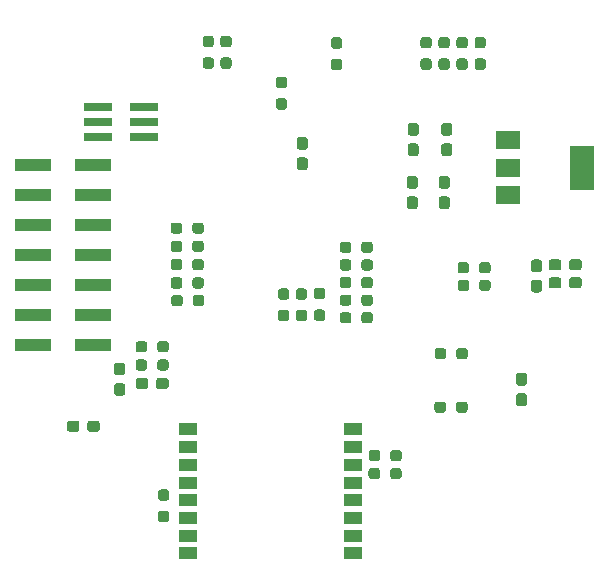
<source format=gbr>
%TF.GenerationSoftware,KiCad,Pcbnew,(5.1.8-0-10_14)*%
%TF.CreationDate,2021-03-06T23:06:48+08:00*%
%TF.ProjectId,upper_board,75707065-725f-4626-9f61-72642e6b6963,v0.1.3*%
%TF.SameCoordinates,Original*%
%TF.FileFunction,Paste,Bot*%
%TF.FilePolarity,Positive*%
%FSLAX46Y46*%
G04 Gerber Fmt 4.6, Leading zero omitted, Abs format (unit mm)*
G04 Created by KiCad (PCBNEW (5.1.8-0-10_14)) date 2021-03-06 23:06:48*
%MOMM*%
%LPD*%
G01*
G04 APERTURE LIST*
%ADD10R,1.500000X1.000000*%
%ADD11R,2.000000X1.500000*%
%ADD12R,2.000000X3.800000*%
%ADD13R,3.150000X1.000000*%
%ADD14R,2.400000X0.740000*%
G04 APERTURE END LIST*
D10*
%TO.C,J4*%
X130272000Y-108277300D03*
X130272000Y-106777300D03*
X130272000Y-105277300D03*
X130272000Y-103777300D03*
X130272000Y-102277300D03*
X130272000Y-100777300D03*
X130272000Y-99277300D03*
X130272000Y-97777300D03*
X144272000Y-108277300D03*
X144272000Y-106777300D03*
X144272000Y-105277300D03*
X144272000Y-103777300D03*
X144272000Y-102277300D03*
X144272000Y-100777300D03*
X144272000Y-99277300D03*
X144272000Y-97777300D03*
%TD*%
D11*
%TO.C,U3*%
X157339900Y-77903100D03*
X157339900Y-73303100D03*
X157339900Y-75603100D03*
D12*
X163639900Y-75603100D03*
%TD*%
%TO.C,R69*%
G36*
G01*
X143099800Y-65551500D02*
X142624800Y-65551500D01*
G75*
G02*
X142387300Y-65314000I0J237500D01*
G01*
X142387300Y-64814000D01*
G75*
G02*
X142624800Y-64576500I237500J0D01*
G01*
X143099800Y-64576500D01*
G75*
G02*
X143337300Y-64814000I0J-237500D01*
G01*
X143337300Y-65314000D01*
G75*
G02*
X143099800Y-65551500I-237500J0D01*
G01*
G37*
G36*
G01*
X143099800Y-67376500D02*
X142624800Y-67376500D01*
G75*
G02*
X142387300Y-67139000I0J237500D01*
G01*
X142387300Y-66639000D01*
G75*
G02*
X142624800Y-66401500I237500J0D01*
G01*
X143099800Y-66401500D01*
G75*
G02*
X143337300Y-66639000I0J-237500D01*
G01*
X143337300Y-67139000D01*
G75*
G02*
X143099800Y-67376500I-237500J0D01*
G01*
G37*
%TD*%
%TO.C,R68*%
G36*
G01*
X127679000Y-91017100D02*
X127679000Y-90542100D01*
G75*
G02*
X127916500Y-90304600I237500J0D01*
G01*
X128416500Y-90304600D01*
G75*
G02*
X128654000Y-90542100I0J-237500D01*
G01*
X128654000Y-91017100D01*
G75*
G02*
X128416500Y-91254600I-237500J0D01*
G01*
X127916500Y-91254600D01*
G75*
G02*
X127679000Y-91017100I0J237500D01*
G01*
G37*
G36*
G01*
X125854000Y-91017100D02*
X125854000Y-90542100D01*
G75*
G02*
X126091500Y-90304600I237500J0D01*
G01*
X126591500Y-90304600D01*
G75*
G02*
X126829000Y-90542100I0J-237500D01*
G01*
X126829000Y-91017100D01*
G75*
G02*
X126591500Y-91254600I-237500J0D01*
G01*
X126091500Y-91254600D01*
G75*
G02*
X125854000Y-91017100I0J237500D01*
G01*
G37*
%TD*%
%TO.C,R67*%
G36*
G01*
X127679000Y-92566500D02*
X127679000Y-92091500D01*
G75*
G02*
X127916500Y-91854000I237500J0D01*
G01*
X128416500Y-91854000D01*
G75*
G02*
X128654000Y-92091500I0J-237500D01*
G01*
X128654000Y-92566500D01*
G75*
G02*
X128416500Y-92804000I-237500J0D01*
G01*
X127916500Y-92804000D01*
G75*
G02*
X127679000Y-92566500I0J237500D01*
G01*
G37*
G36*
G01*
X125854000Y-92566500D02*
X125854000Y-92091500D01*
G75*
G02*
X126091500Y-91854000I237500J0D01*
G01*
X126591500Y-91854000D01*
G75*
G02*
X126829000Y-92091500I0J-237500D01*
G01*
X126829000Y-92566500D01*
G75*
G02*
X126591500Y-92804000I-237500J0D01*
G01*
X126091500Y-92804000D01*
G75*
G02*
X125854000Y-92566500I0J237500D01*
G01*
G37*
%TD*%
%TO.C,R65*%
G36*
G01*
X138438900Y-68878900D02*
X137963900Y-68878900D01*
G75*
G02*
X137726400Y-68641400I0J237500D01*
G01*
X137726400Y-68141400D01*
G75*
G02*
X137963900Y-67903900I237500J0D01*
G01*
X138438900Y-67903900D01*
G75*
G02*
X138676400Y-68141400I0J-237500D01*
G01*
X138676400Y-68641400D01*
G75*
G02*
X138438900Y-68878900I-237500J0D01*
G01*
G37*
G36*
G01*
X138438900Y-70703900D02*
X137963900Y-70703900D01*
G75*
G02*
X137726400Y-70466400I0J237500D01*
G01*
X137726400Y-69966400D01*
G75*
G02*
X137963900Y-69728900I237500J0D01*
G01*
X138438900Y-69728900D01*
G75*
G02*
X138676400Y-69966400I0J-237500D01*
G01*
X138676400Y-70466400D01*
G75*
G02*
X138438900Y-70703900I-237500J0D01*
G01*
G37*
%TD*%
%TO.C,R57*%
G36*
G01*
X147406700Y-100228200D02*
X147406700Y-99753200D01*
G75*
G02*
X147644200Y-99515700I237500J0D01*
G01*
X148144200Y-99515700D01*
G75*
G02*
X148381700Y-99753200I0J-237500D01*
G01*
X148381700Y-100228200D01*
G75*
G02*
X148144200Y-100465700I-237500J0D01*
G01*
X147644200Y-100465700D01*
G75*
G02*
X147406700Y-100228200I0J237500D01*
G01*
G37*
G36*
G01*
X145581700Y-100228200D02*
X145581700Y-99753200D01*
G75*
G02*
X145819200Y-99515700I237500J0D01*
G01*
X146319200Y-99515700D01*
G75*
G02*
X146556700Y-99753200I0J-237500D01*
G01*
X146556700Y-100228200D01*
G75*
G02*
X146319200Y-100465700I-237500J0D01*
G01*
X145819200Y-100465700D01*
G75*
G02*
X145581700Y-100228200I0J237500D01*
G01*
G37*
%TD*%
%TO.C,R56*%
G36*
G01*
X147394000Y-101752200D02*
X147394000Y-101277200D01*
G75*
G02*
X147631500Y-101039700I237500J0D01*
G01*
X148131500Y-101039700D01*
G75*
G02*
X148369000Y-101277200I0J-237500D01*
G01*
X148369000Y-101752200D01*
G75*
G02*
X148131500Y-101989700I-237500J0D01*
G01*
X147631500Y-101989700D01*
G75*
G02*
X147394000Y-101752200I0J237500D01*
G01*
G37*
G36*
G01*
X145569000Y-101752200D02*
X145569000Y-101277200D01*
G75*
G02*
X145806500Y-101039700I237500J0D01*
G01*
X146306500Y-101039700D01*
G75*
G02*
X146544000Y-101277200I0J-237500D01*
G01*
X146544000Y-101752200D01*
G75*
G02*
X146306500Y-101989700I-237500J0D01*
G01*
X145806500Y-101989700D01*
G75*
G02*
X145569000Y-101752200I0J237500D01*
G01*
G37*
%TD*%
%TO.C,R53*%
G36*
G01*
X138141700Y-87661300D02*
X138616700Y-87661300D01*
G75*
G02*
X138854200Y-87898800I0J-237500D01*
G01*
X138854200Y-88398800D01*
G75*
G02*
X138616700Y-88636300I-237500J0D01*
G01*
X138141700Y-88636300D01*
G75*
G02*
X137904200Y-88398800I0J237500D01*
G01*
X137904200Y-87898800D01*
G75*
G02*
X138141700Y-87661300I237500J0D01*
G01*
G37*
G36*
G01*
X138141700Y-85836300D02*
X138616700Y-85836300D01*
G75*
G02*
X138854200Y-86073800I0J-237500D01*
G01*
X138854200Y-86573800D01*
G75*
G02*
X138616700Y-86811300I-237500J0D01*
G01*
X138141700Y-86811300D01*
G75*
G02*
X137904200Y-86573800I0J237500D01*
G01*
X137904200Y-86073800D01*
G75*
G02*
X138141700Y-85836300I237500J0D01*
G01*
G37*
%TD*%
%TO.C,R52*%
G36*
G01*
X139653000Y-87661300D02*
X140128000Y-87661300D01*
G75*
G02*
X140365500Y-87898800I0J-237500D01*
G01*
X140365500Y-88398800D01*
G75*
G02*
X140128000Y-88636300I-237500J0D01*
G01*
X139653000Y-88636300D01*
G75*
G02*
X139415500Y-88398800I0J237500D01*
G01*
X139415500Y-87898800D01*
G75*
G02*
X139653000Y-87661300I237500J0D01*
G01*
G37*
G36*
G01*
X139653000Y-85836300D02*
X140128000Y-85836300D01*
G75*
G02*
X140365500Y-86073800I0J-237500D01*
G01*
X140365500Y-86573800D01*
G75*
G02*
X140128000Y-86811300I-237500J0D01*
G01*
X139653000Y-86811300D01*
G75*
G02*
X139415500Y-86573800I0J237500D01*
G01*
X139415500Y-86073800D01*
G75*
G02*
X139653000Y-85836300I237500J0D01*
G01*
G37*
%TD*%
%TO.C,R47*%
G36*
G01*
X141189700Y-87623200D02*
X141664700Y-87623200D01*
G75*
G02*
X141902200Y-87860700I0J-237500D01*
G01*
X141902200Y-88360700D01*
G75*
G02*
X141664700Y-88598200I-237500J0D01*
G01*
X141189700Y-88598200D01*
G75*
G02*
X140952200Y-88360700I0J237500D01*
G01*
X140952200Y-87860700D01*
G75*
G02*
X141189700Y-87623200I237500J0D01*
G01*
G37*
G36*
G01*
X141189700Y-85798200D02*
X141664700Y-85798200D01*
G75*
G02*
X141902200Y-86035700I0J-237500D01*
G01*
X141902200Y-86535700D01*
G75*
G02*
X141664700Y-86773200I-237500J0D01*
G01*
X141189700Y-86773200D01*
G75*
G02*
X140952200Y-86535700I0J237500D01*
G01*
X140952200Y-86035700D01*
G75*
G02*
X141189700Y-85798200I237500J0D01*
G01*
G37*
%TD*%
%TO.C,R46*%
G36*
G01*
X154083200Y-85347800D02*
X154083200Y-85822800D01*
G75*
G02*
X153845700Y-86060300I-237500J0D01*
G01*
X153345700Y-86060300D01*
G75*
G02*
X153108200Y-85822800I0J237500D01*
G01*
X153108200Y-85347800D01*
G75*
G02*
X153345700Y-85110300I237500J0D01*
G01*
X153845700Y-85110300D01*
G75*
G02*
X154083200Y-85347800I0J-237500D01*
G01*
G37*
G36*
G01*
X155908200Y-85347800D02*
X155908200Y-85822800D01*
G75*
G02*
X155670700Y-86060300I-237500J0D01*
G01*
X155170700Y-86060300D01*
G75*
G02*
X154933200Y-85822800I0J237500D01*
G01*
X154933200Y-85347800D01*
G75*
G02*
X155170700Y-85110300I237500J0D01*
G01*
X155670700Y-85110300D01*
G75*
G02*
X155908200Y-85347800I0J-237500D01*
G01*
G37*
%TD*%
%TO.C,R45*%
G36*
G01*
X154083200Y-83849200D02*
X154083200Y-84324200D01*
G75*
G02*
X153845700Y-84561700I-237500J0D01*
G01*
X153345700Y-84561700D01*
G75*
G02*
X153108200Y-84324200I0J237500D01*
G01*
X153108200Y-83849200D01*
G75*
G02*
X153345700Y-83611700I237500J0D01*
G01*
X153845700Y-83611700D01*
G75*
G02*
X154083200Y-83849200I0J-237500D01*
G01*
G37*
G36*
G01*
X155908200Y-83849200D02*
X155908200Y-84324200D01*
G75*
G02*
X155670700Y-84561700I-237500J0D01*
G01*
X155170700Y-84561700D01*
G75*
G02*
X154933200Y-84324200I0J237500D01*
G01*
X154933200Y-83849200D01*
G75*
G02*
X155170700Y-83611700I237500J0D01*
G01*
X155670700Y-83611700D01*
G75*
G02*
X155908200Y-83849200I0J-237500D01*
G01*
G37*
%TD*%
%TO.C,R44*%
G36*
G01*
X133264900Y-66274500D02*
X133739900Y-66274500D01*
G75*
G02*
X133977400Y-66512000I0J-237500D01*
G01*
X133977400Y-67012000D01*
G75*
G02*
X133739900Y-67249500I-237500J0D01*
G01*
X133264900Y-67249500D01*
G75*
G02*
X133027400Y-67012000I0J237500D01*
G01*
X133027400Y-66512000D01*
G75*
G02*
X133264900Y-66274500I237500J0D01*
G01*
G37*
G36*
G01*
X133264900Y-64449500D02*
X133739900Y-64449500D01*
G75*
G02*
X133977400Y-64687000I0J-237500D01*
G01*
X133977400Y-65187000D01*
G75*
G02*
X133739900Y-65424500I-237500J0D01*
G01*
X133264900Y-65424500D01*
G75*
G02*
X133027400Y-65187000I0J237500D01*
G01*
X133027400Y-64687000D01*
G75*
G02*
X133264900Y-64449500I237500J0D01*
G01*
G37*
%TD*%
%TO.C,R43*%
G36*
G01*
X131766300Y-66274500D02*
X132241300Y-66274500D01*
G75*
G02*
X132478800Y-66512000I0J-237500D01*
G01*
X132478800Y-67012000D01*
G75*
G02*
X132241300Y-67249500I-237500J0D01*
G01*
X131766300Y-67249500D01*
G75*
G02*
X131528800Y-67012000I0J237500D01*
G01*
X131528800Y-66512000D01*
G75*
G02*
X131766300Y-66274500I237500J0D01*
G01*
G37*
G36*
G01*
X131766300Y-64449500D02*
X132241300Y-64449500D01*
G75*
G02*
X132478800Y-64687000I0J-237500D01*
G01*
X132478800Y-65187000D01*
G75*
G02*
X132241300Y-65424500I-237500J0D01*
G01*
X131766300Y-65424500D01*
G75*
G02*
X131528800Y-65187000I0J237500D01*
G01*
X131528800Y-64687000D01*
G75*
G02*
X131766300Y-64449500I237500J0D01*
G01*
G37*
%TD*%
%TO.C,R35*%
G36*
G01*
X130701600Y-87105500D02*
X130701600Y-86630500D01*
G75*
G02*
X130939100Y-86393000I237500J0D01*
G01*
X131439100Y-86393000D01*
G75*
G02*
X131676600Y-86630500I0J-237500D01*
G01*
X131676600Y-87105500D01*
G75*
G02*
X131439100Y-87343000I-237500J0D01*
G01*
X130939100Y-87343000D01*
G75*
G02*
X130701600Y-87105500I0J237500D01*
G01*
G37*
G36*
G01*
X128876600Y-87105500D02*
X128876600Y-86630500D01*
G75*
G02*
X129114100Y-86393000I237500J0D01*
G01*
X129614100Y-86393000D01*
G75*
G02*
X129851600Y-86630500I0J-237500D01*
G01*
X129851600Y-87105500D01*
G75*
G02*
X129614100Y-87343000I-237500J0D01*
G01*
X129114100Y-87343000D01*
G75*
G02*
X128876600Y-87105500I0J237500D01*
G01*
G37*
%TD*%
%TO.C,R34*%
G36*
G01*
X130650800Y-85610075D02*
X130650800Y-85135075D01*
G75*
G02*
X130888300Y-84897575I237500J0D01*
G01*
X131388300Y-84897575D01*
G75*
G02*
X131625800Y-85135075I0J-237500D01*
G01*
X131625800Y-85610075D01*
G75*
G02*
X131388300Y-85847575I-237500J0D01*
G01*
X130888300Y-85847575D01*
G75*
G02*
X130650800Y-85610075I0J237500D01*
G01*
G37*
G36*
G01*
X128825800Y-85610075D02*
X128825800Y-85135075D01*
G75*
G02*
X129063300Y-84897575I237500J0D01*
G01*
X129563300Y-84897575D01*
G75*
G02*
X129800800Y-85135075I0J-237500D01*
G01*
X129800800Y-85610075D01*
G75*
G02*
X129563300Y-85847575I-237500J0D01*
G01*
X129063300Y-85847575D01*
G75*
G02*
X128825800Y-85610075I0J237500D01*
G01*
G37*
%TD*%
%TO.C,R33*%
G36*
G01*
X130650800Y-84063850D02*
X130650800Y-83588850D01*
G75*
G02*
X130888300Y-83351350I237500J0D01*
G01*
X131388300Y-83351350D01*
G75*
G02*
X131625800Y-83588850I0J-237500D01*
G01*
X131625800Y-84063850D01*
G75*
G02*
X131388300Y-84301350I-237500J0D01*
G01*
X130888300Y-84301350D01*
G75*
G02*
X130650800Y-84063850I0J237500D01*
G01*
G37*
G36*
G01*
X128825800Y-84063850D02*
X128825800Y-83588850D01*
G75*
G02*
X129063300Y-83351350I237500J0D01*
G01*
X129563300Y-83351350D01*
G75*
G02*
X129800800Y-83588850I0J-237500D01*
G01*
X129800800Y-84063850D01*
G75*
G02*
X129563300Y-84301350I-237500J0D01*
G01*
X129063300Y-84301350D01*
G75*
G02*
X128825800Y-84063850I0J237500D01*
G01*
G37*
%TD*%
%TO.C,R32*%
G36*
G01*
X128456700Y-103829300D02*
X127981700Y-103829300D01*
G75*
G02*
X127744200Y-103591800I0J237500D01*
G01*
X127744200Y-103091800D01*
G75*
G02*
X127981700Y-102854300I237500J0D01*
G01*
X128456700Y-102854300D01*
G75*
G02*
X128694200Y-103091800I0J-237500D01*
G01*
X128694200Y-103591800D01*
G75*
G02*
X128456700Y-103829300I-237500J0D01*
G01*
G37*
G36*
G01*
X128456700Y-105654300D02*
X127981700Y-105654300D01*
G75*
G02*
X127744200Y-105416800I0J237500D01*
G01*
X127744200Y-104916800D01*
G75*
G02*
X127981700Y-104679300I237500J0D01*
G01*
X128456700Y-104679300D01*
G75*
G02*
X128694200Y-104916800I0J-237500D01*
G01*
X128694200Y-105416800D01*
G75*
G02*
X128456700Y-105654300I-237500J0D01*
G01*
G37*
%TD*%
%TO.C,R31*%
G36*
G01*
X152977400Y-96135200D02*
X152977400Y-95660200D01*
G75*
G02*
X153214900Y-95422700I237500J0D01*
G01*
X153714900Y-95422700D01*
G75*
G02*
X153952400Y-95660200I0J-237500D01*
G01*
X153952400Y-96135200D01*
G75*
G02*
X153714900Y-96372700I-237500J0D01*
G01*
X153214900Y-96372700D01*
G75*
G02*
X152977400Y-96135200I0J237500D01*
G01*
G37*
G36*
G01*
X151152400Y-96135200D02*
X151152400Y-95660200D01*
G75*
G02*
X151389900Y-95422700I237500J0D01*
G01*
X151889900Y-95422700D01*
G75*
G02*
X152127400Y-95660200I0J-237500D01*
G01*
X152127400Y-96135200D01*
G75*
G02*
X151889900Y-96372700I-237500J0D01*
G01*
X151389900Y-96372700D01*
G75*
G02*
X151152400Y-96135200I0J237500D01*
G01*
G37*
%TD*%
%TO.C,R30*%
G36*
G01*
X130650800Y-82517625D02*
X130650800Y-82042625D01*
G75*
G02*
X130888300Y-81805125I237500J0D01*
G01*
X131388300Y-81805125D01*
G75*
G02*
X131625800Y-82042625I0J-237500D01*
G01*
X131625800Y-82517625D01*
G75*
G02*
X131388300Y-82755125I-237500J0D01*
G01*
X130888300Y-82755125D01*
G75*
G02*
X130650800Y-82517625I0J237500D01*
G01*
G37*
G36*
G01*
X128825800Y-82517625D02*
X128825800Y-82042625D01*
G75*
G02*
X129063300Y-81805125I237500J0D01*
G01*
X129563300Y-81805125D01*
G75*
G02*
X129800800Y-82042625I0J-237500D01*
G01*
X129800800Y-82517625D01*
G75*
G02*
X129563300Y-82755125I-237500J0D01*
G01*
X129063300Y-82755125D01*
G75*
G02*
X128825800Y-82517625I0J237500D01*
G01*
G37*
%TD*%
%TO.C,R29*%
G36*
G01*
X144963700Y-88566000D02*
X144963700Y-88091000D01*
G75*
G02*
X145201200Y-87853500I237500J0D01*
G01*
X145701200Y-87853500D01*
G75*
G02*
X145938700Y-88091000I0J-237500D01*
G01*
X145938700Y-88566000D01*
G75*
G02*
X145701200Y-88803500I-237500J0D01*
G01*
X145201200Y-88803500D01*
G75*
G02*
X144963700Y-88566000I0J237500D01*
G01*
G37*
G36*
G01*
X143138700Y-88566000D02*
X143138700Y-88091000D01*
G75*
G02*
X143376200Y-87853500I237500J0D01*
G01*
X143876200Y-87853500D01*
G75*
G02*
X144113700Y-88091000I0J-237500D01*
G01*
X144113700Y-88566000D01*
G75*
G02*
X143876200Y-88803500I-237500J0D01*
G01*
X143376200Y-88803500D01*
G75*
G02*
X143138700Y-88566000I0J237500D01*
G01*
G37*
%TD*%
%TO.C,R28*%
G36*
G01*
X130650800Y-80971400D02*
X130650800Y-80496400D01*
G75*
G02*
X130888300Y-80258900I237500J0D01*
G01*
X131388300Y-80258900D01*
G75*
G02*
X131625800Y-80496400I0J-237500D01*
G01*
X131625800Y-80971400D01*
G75*
G02*
X131388300Y-81208900I-237500J0D01*
G01*
X130888300Y-81208900D01*
G75*
G02*
X130650800Y-80971400I0J237500D01*
G01*
G37*
G36*
G01*
X128825800Y-80971400D02*
X128825800Y-80496400D01*
G75*
G02*
X129063300Y-80258900I237500J0D01*
G01*
X129563300Y-80258900D01*
G75*
G02*
X129800800Y-80496400I0J-237500D01*
G01*
X129800800Y-80971400D01*
G75*
G02*
X129563300Y-81208900I-237500J0D01*
G01*
X129063300Y-81208900D01*
G75*
G02*
X128825800Y-80971400I0J237500D01*
G01*
G37*
%TD*%
%TO.C,R27*%
G36*
G01*
X144963700Y-87073750D02*
X144963700Y-86598750D01*
G75*
G02*
X145201200Y-86361250I237500J0D01*
G01*
X145701200Y-86361250D01*
G75*
G02*
X145938700Y-86598750I0J-237500D01*
G01*
X145938700Y-87073750D01*
G75*
G02*
X145701200Y-87311250I-237500J0D01*
G01*
X145201200Y-87311250D01*
G75*
G02*
X144963700Y-87073750I0J237500D01*
G01*
G37*
G36*
G01*
X143138700Y-87073750D02*
X143138700Y-86598750D01*
G75*
G02*
X143376200Y-86361250I237500J0D01*
G01*
X143876200Y-86361250D01*
G75*
G02*
X144113700Y-86598750I0J-237500D01*
G01*
X144113700Y-87073750D01*
G75*
G02*
X143876200Y-87311250I-237500J0D01*
G01*
X143376200Y-87311250D01*
G75*
G02*
X143138700Y-87073750I0J237500D01*
G01*
G37*
%TD*%
%TO.C,R26*%
G36*
G01*
X152990100Y-91601300D02*
X152990100Y-91126300D01*
G75*
G02*
X153227600Y-90888800I237500J0D01*
G01*
X153727600Y-90888800D01*
G75*
G02*
X153965100Y-91126300I0J-237500D01*
G01*
X153965100Y-91601300D01*
G75*
G02*
X153727600Y-91838800I-237500J0D01*
G01*
X153227600Y-91838800D01*
G75*
G02*
X152990100Y-91601300I0J237500D01*
G01*
G37*
G36*
G01*
X151165100Y-91601300D02*
X151165100Y-91126300D01*
G75*
G02*
X151402600Y-90888800I237500J0D01*
G01*
X151902600Y-90888800D01*
G75*
G02*
X152140100Y-91126300I0J-237500D01*
G01*
X152140100Y-91601300D01*
G75*
G02*
X151902600Y-91838800I-237500J0D01*
G01*
X151402600Y-91838800D01*
G75*
G02*
X151165100Y-91601300I0J237500D01*
G01*
G37*
%TD*%
%TO.C,R23*%
G36*
G01*
X144963700Y-85581500D02*
X144963700Y-85106500D01*
G75*
G02*
X145201200Y-84869000I237500J0D01*
G01*
X145701200Y-84869000D01*
G75*
G02*
X145938700Y-85106500I0J-237500D01*
G01*
X145938700Y-85581500D01*
G75*
G02*
X145701200Y-85819000I-237500J0D01*
G01*
X145201200Y-85819000D01*
G75*
G02*
X144963700Y-85581500I0J237500D01*
G01*
G37*
G36*
G01*
X143138700Y-85581500D02*
X143138700Y-85106500D01*
G75*
G02*
X143376200Y-84869000I237500J0D01*
G01*
X143876200Y-84869000D01*
G75*
G02*
X144113700Y-85106500I0J-237500D01*
G01*
X144113700Y-85581500D01*
G75*
G02*
X143876200Y-85819000I-237500J0D01*
G01*
X143376200Y-85819000D01*
G75*
G02*
X143138700Y-85581500I0J237500D01*
G01*
G37*
%TD*%
%TO.C,R22*%
G36*
G01*
X144963700Y-84089250D02*
X144963700Y-83614250D01*
G75*
G02*
X145201200Y-83376750I237500J0D01*
G01*
X145701200Y-83376750D01*
G75*
G02*
X145938700Y-83614250I0J-237500D01*
G01*
X145938700Y-84089250D01*
G75*
G02*
X145701200Y-84326750I-237500J0D01*
G01*
X145201200Y-84326750D01*
G75*
G02*
X144963700Y-84089250I0J237500D01*
G01*
G37*
G36*
G01*
X143138700Y-84089250D02*
X143138700Y-83614250D01*
G75*
G02*
X143376200Y-83376750I237500J0D01*
G01*
X143876200Y-83376750D01*
G75*
G02*
X144113700Y-83614250I0J-237500D01*
G01*
X144113700Y-84089250D01*
G75*
G02*
X143876200Y-84326750I-237500J0D01*
G01*
X143376200Y-84326750D01*
G75*
G02*
X143138700Y-84089250I0J237500D01*
G01*
G37*
%TD*%
%TO.C,R18*%
G36*
G01*
X144963700Y-82597000D02*
X144963700Y-82122000D01*
G75*
G02*
X145201200Y-81884500I237500J0D01*
G01*
X145701200Y-81884500D01*
G75*
G02*
X145938700Y-82122000I0J-237500D01*
G01*
X145938700Y-82597000D01*
G75*
G02*
X145701200Y-82834500I-237500J0D01*
G01*
X145201200Y-82834500D01*
G75*
G02*
X144963700Y-82597000I0J237500D01*
G01*
G37*
G36*
G01*
X143138700Y-82597000D02*
X143138700Y-82122000D01*
G75*
G02*
X143376200Y-81884500I237500J0D01*
G01*
X143876200Y-81884500D01*
G75*
G02*
X144113700Y-82122000I0J-237500D01*
G01*
X144113700Y-82597000D01*
G75*
G02*
X143876200Y-82834500I-237500J0D01*
G01*
X143376200Y-82834500D01*
G75*
G02*
X143138700Y-82597000I0J237500D01*
G01*
G37*
%TD*%
%TO.C,R7*%
G36*
G01*
X150206700Y-66369200D02*
X150681700Y-66369200D01*
G75*
G02*
X150919200Y-66606700I0J-237500D01*
G01*
X150919200Y-67106700D01*
G75*
G02*
X150681700Y-67344200I-237500J0D01*
G01*
X150206700Y-67344200D01*
G75*
G02*
X149969200Y-67106700I0J237500D01*
G01*
X149969200Y-66606700D01*
G75*
G02*
X150206700Y-66369200I237500J0D01*
G01*
G37*
G36*
G01*
X150206700Y-64544200D02*
X150681700Y-64544200D01*
G75*
G02*
X150919200Y-64781700I0J-237500D01*
G01*
X150919200Y-65281700D01*
G75*
G02*
X150681700Y-65519200I-237500J0D01*
G01*
X150206700Y-65519200D01*
G75*
G02*
X149969200Y-65281700I0J237500D01*
G01*
X149969200Y-64781700D01*
G75*
G02*
X150206700Y-64544200I237500J0D01*
G01*
G37*
%TD*%
%TO.C,R6*%
G36*
G01*
X151730700Y-66369200D02*
X152205700Y-66369200D01*
G75*
G02*
X152443200Y-66606700I0J-237500D01*
G01*
X152443200Y-67106700D01*
G75*
G02*
X152205700Y-67344200I-237500J0D01*
G01*
X151730700Y-67344200D01*
G75*
G02*
X151493200Y-67106700I0J237500D01*
G01*
X151493200Y-66606700D01*
G75*
G02*
X151730700Y-66369200I237500J0D01*
G01*
G37*
G36*
G01*
X151730700Y-64544200D02*
X152205700Y-64544200D01*
G75*
G02*
X152443200Y-64781700I0J-237500D01*
G01*
X152443200Y-65281700D01*
G75*
G02*
X152205700Y-65519200I-237500J0D01*
G01*
X151730700Y-65519200D01*
G75*
G02*
X151493200Y-65281700I0J237500D01*
G01*
X151493200Y-64781700D01*
G75*
G02*
X151730700Y-64544200I237500J0D01*
G01*
G37*
%TD*%
%TO.C,R5*%
G36*
G01*
X153254700Y-66369200D02*
X153729700Y-66369200D01*
G75*
G02*
X153967200Y-66606700I0J-237500D01*
G01*
X153967200Y-67106700D01*
G75*
G02*
X153729700Y-67344200I-237500J0D01*
G01*
X153254700Y-67344200D01*
G75*
G02*
X153017200Y-67106700I0J237500D01*
G01*
X153017200Y-66606700D01*
G75*
G02*
X153254700Y-66369200I237500J0D01*
G01*
G37*
G36*
G01*
X153254700Y-64544200D02*
X153729700Y-64544200D01*
G75*
G02*
X153967200Y-64781700I0J-237500D01*
G01*
X153967200Y-65281700D01*
G75*
G02*
X153729700Y-65519200I-237500J0D01*
G01*
X153254700Y-65519200D01*
G75*
G02*
X153017200Y-65281700I0J237500D01*
G01*
X153017200Y-64781700D01*
G75*
G02*
X153254700Y-64544200I237500J0D01*
G01*
G37*
%TD*%
%TO.C,R4*%
G36*
G01*
X154791400Y-66369200D02*
X155266400Y-66369200D01*
G75*
G02*
X155503900Y-66606700I0J-237500D01*
G01*
X155503900Y-67106700D01*
G75*
G02*
X155266400Y-67344200I-237500J0D01*
G01*
X154791400Y-67344200D01*
G75*
G02*
X154553900Y-67106700I0J237500D01*
G01*
X154553900Y-66606700D01*
G75*
G02*
X154791400Y-66369200I237500J0D01*
G01*
G37*
G36*
G01*
X154791400Y-64544200D02*
X155266400Y-64544200D01*
G75*
G02*
X155503900Y-64781700I0J-237500D01*
G01*
X155503900Y-65281700D01*
G75*
G02*
X155266400Y-65519200I-237500J0D01*
G01*
X154791400Y-65519200D01*
G75*
G02*
X154553900Y-65281700I0J237500D01*
G01*
X154553900Y-64781700D01*
G75*
G02*
X154791400Y-64544200I237500J0D01*
G01*
G37*
%TD*%
D13*
%TO.C,J3*%
X122235200Y-75399900D03*
X117185200Y-75399900D03*
X122235200Y-77939900D03*
X117185200Y-77939900D03*
X122235200Y-80479900D03*
X117185200Y-80479900D03*
X122235200Y-83019900D03*
X117185200Y-83019900D03*
X122235200Y-85559900D03*
X117185200Y-85559900D03*
X122235200Y-88099900D03*
X117185200Y-88099900D03*
X122235200Y-90639900D03*
X117185200Y-90639900D03*
%TD*%
%TO.C,C30*%
G36*
G01*
X121749700Y-97748100D02*
X121749700Y-97273100D01*
G75*
G02*
X121987200Y-97035600I237500J0D01*
G01*
X122587200Y-97035600D01*
G75*
G02*
X122824700Y-97273100I0J-237500D01*
G01*
X122824700Y-97748100D01*
G75*
G02*
X122587200Y-97985600I-237500J0D01*
G01*
X121987200Y-97985600D01*
G75*
G02*
X121749700Y-97748100I0J237500D01*
G01*
G37*
G36*
G01*
X120024700Y-97748100D02*
X120024700Y-97273100D01*
G75*
G02*
X120262200Y-97035600I237500J0D01*
G01*
X120862200Y-97035600D01*
G75*
G02*
X121099700Y-97273100I0J-237500D01*
G01*
X121099700Y-97748100D01*
G75*
G02*
X120862200Y-97985600I-237500J0D01*
G01*
X120262200Y-97985600D01*
G75*
G02*
X120024700Y-97748100I0J237500D01*
G01*
G37*
%TD*%
%TO.C,C28*%
G36*
G01*
X124735600Y-93210500D02*
X124260600Y-93210500D01*
G75*
G02*
X124023100Y-92973000I0J237500D01*
G01*
X124023100Y-92373000D01*
G75*
G02*
X124260600Y-92135500I237500J0D01*
G01*
X124735600Y-92135500D01*
G75*
G02*
X124973100Y-92373000I0J-237500D01*
G01*
X124973100Y-92973000D01*
G75*
G02*
X124735600Y-93210500I-237500J0D01*
G01*
G37*
G36*
G01*
X124735600Y-94935500D02*
X124260600Y-94935500D01*
G75*
G02*
X124023100Y-94698000I0J237500D01*
G01*
X124023100Y-94098000D01*
G75*
G02*
X124260600Y-93860500I237500J0D01*
G01*
X124735600Y-93860500D01*
G75*
G02*
X124973100Y-94098000I0J-237500D01*
G01*
X124973100Y-94698000D01*
G75*
G02*
X124735600Y-94935500I-237500J0D01*
G01*
G37*
%TD*%
%TO.C,C18*%
G36*
G01*
X126929000Y-93653600D02*
X126929000Y-94128600D01*
G75*
G02*
X126691500Y-94366100I-237500J0D01*
G01*
X126091500Y-94366100D01*
G75*
G02*
X125854000Y-94128600I0J237500D01*
G01*
X125854000Y-93653600D01*
G75*
G02*
X126091500Y-93416100I237500J0D01*
G01*
X126691500Y-93416100D01*
G75*
G02*
X126929000Y-93653600I0J-237500D01*
G01*
G37*
G36*
G01*
X128654000Y-93653600D02*
X128654000Y-94128600D01*
G75*
G02*
X128416500Y-94366100I-237500J0D01*
G01*
X127816500Y-94366100D01*
G75*
G02*
X127579000Y-94128600I0J237500D01*
G01*
X127579000Y-93653600D01*
G75*
G02*
X127816500Y-93416100I237500J0D01*
G01*
X128416500Y-93416100D01*
G75*
G02*
X128654000Y-93653600I0J-237500D01*
G01*
G37*
%TD*%
%TO.C,C12*%
G36*
G01*
X159553900Y-85110200D02*
X160028900Y-85110200D01*
G75*
G02*
X160266400Y-85347700I0J-237500D01*
G01*
X160266400Y-85947700D01*
G75*
G02*
X160028900Y-86185200I-237500J0D01*
G01*
X159553900Y-86185200D01*
G75*
G02*
X159316400Y-85947700I0J237500D01*
G01*
X159316400Y-85347700D01*
G75*
G02*
X159553900Y-85110200I237500J0D01*
G01*
G37*
G36*
G01*
X159553900Y-83385200D02*
X160028900Y-83385200D01*
G75*
G02*
X160266400Y-83622700I0J-237500D01*
G01*
X160266400Y-84222700D01*
G75*
G02*
X160028900Y-84460200I-237500J0D01*
G01*
X159553900Y-84460200D01*
G75*
G02*
X159316400Y-84222700I0J237500D01*
G01*
X159316400Y-83622700D01*
G75*
G02*
X159553900Y-83385200I237500J0D01*
G01*
G37*
%TD*%
%TO.C,C9*%
G36*
G01*
X158283900Y-94724100D02*
X158758900Y-94724100D01*
G75*
G02*
X158996400Y-94961600I0J-237500D01*
G01*
X158996400Y-95561600D01*
G75*
G02*
X158758900Y-95799100I-237500J0D01*
G01*
X158283900Y-95799100D01*
G75*
G02*
X158046400Y-95561600I0J237500D01*
G01*
X158046400Y-94961600D01*
G75*
G02*
X158283900Y-94724100I237500J0D01*
G01*
G37*
G36*
G01*
X158283900Y-92999100D02*
X158758900Y-92999100D01*
G75*
G02*
X158996400Y-93236600I0J-237500D01*
G01*
X158996400Y-93836600D01*
G75*
G02*
X158758900Y-94074100I-237500J0D01*
G01*
X158283900Y-94074100D01*
G75*
G02*
X158046400Y-93836600I0J237500D01*
G01*
X158046400Y-93236600D01*
G75*
G02*
X158283900Y-92999100I237500J0D01*
G01*
G37*
%TD*%
%TO.C,C8*%
G36*
G01*
X161904800Y-85131900D02*
X161904800Y-85606900D01*
G75*
G02*
X161667300Y-85844400I-237500J0D01*
G01*
X161067300Y-85844400D01*
G75*
G02*
X160829800Y-85606900I0J237500D01*
G01*
X160829800Y-85131900D01*
G75*
G02*
X161067300Y-84894400I237500J0D01*
G01*
X161667300Y-84894400D01*
G75*
G02*
X161904800Y-85131900I0J-237500D01*
G01*
G37*
G36*
G01*
X163629800Y-85131900D02*
X163629800Y-85606900D01*
G75*
G02*
X163392300Y-85844400I-237500J0D01*
G01*
X162792300Y-85844400D01*
G75*
G02*
X162554800Y-85606900I0J237500D01*
G01*
X162554800Y-85131900D01*
G75*
G02*
X162792300Y-84894400I237500J0D01*
G01*
X163392300Y-84894400D01*
G75*
G02*
X163629800Y-85131900I0J-237500D01*
G01*
G37*
%TD*%
%TO.C,C7*%
G36*
G01*
X161904800Y-83607900D02*
X161904800Y-84082900D01*
G75*
G02*
X161667300Y-84320400I-237500J0D01*
G01*
X161067300Y-84320400D01*
G75*
G02*
X160829800Y-84082900I0J237500D01*
G01*
X160829800Y-83607900D01*
G75*
G02*
X161067300Y-83370400I237500J0D01*
G01*
X161667300Y-83370400D01*
G75*
G02*
X161904800Y-83607900I0J-237500D01*
G01*
G37*
G36*
G01*
X163629800Y-83607900D02*
X163629800Y-84082900D01*
G75*
G02*
X163392300Y-84320400I-237500J0D01*
G01*
X162792300Y-84320400D01*
G75*
G02*
X162554800Y-84082900I0J237500D01*
G01*
X162554800Y-83607900D01*
G75*
G02*
X162792300Y-83370400I237500J0D01*
G01*
X163392300Y-83370400D01*
G75*
G02*
X163629800Y-83607900I0J-237500D01*
G01*
G37*
%TD*%
%TO.C,C5*%
G36*
G01*
X139729200Y-74747000D02*
X140204200Y-74747000D01*
G75*
G02*
X140441700Y-74984500I0J-237500D01*
G01*
X140441700Y-75584500D01*
G75*
G02*
X140204200Y-75822000I-237500J0D01*
G01*
X139729200Y-75822000D01*
G75*
G02*
X139491700Y-75584500I0J237500D01*
G01*
X139491700Y-74984500D01*
G75*
G02*
X139729200Y-74747000I237500J0D01*
G01*
G37*
G36*
G01*
X139729200Y-73022000D02*
X140204200Y-73022000D01*
G75*
G02*
X140441700Y-73259500I0J-237500D01*
G01*
X140441700Y-73859500D01*
G75*
G02*
X140204200Y-74097000I-237500J0D01*
G01*
X139729200Y-74097000D01*
G75*
G02*
X139491700Y-73859500I0J237500D01*
G01*
X139491700Y-73259500D01*
G75*
G02*
X139729200Y-73022000I237500J0D01*
G01*
G37*
%TD*%
%TO.C,C4*%
G36*
G01*
X151959300Y-73565900D02*
X152434300Y-73565900D01*
G75*
G02*
X152671800Y-73803400I0J-237500D01*
G01*
X152671800Y-74403400D01*
G75*
G02*
X152434300Y-74640900I-237500J0D01*
G01*
X151959300Y-74640900D01*
G75*
G02*
X151721800Y-74403400I0J237500D01*
G01*
X151721800Y-73803400D01*
G75*
G02*
X151959300Y-73565900I237500J0D01*
G01*
G37*
G36*
G01*
X151959300Y-71840900D02*
X152434300Y-71840900D01*
G75*
G02*
X152671800Y-72078400I0J-237500D01*
G01*
X152671800Y-72678400D01*
G75*
G02*
X152434300Y-72915900I-237500J0D01*
G01*
X151959300Y-72915900D01*
G75*
G02*
X151721800Y-72678400I0J237500D01*
G01*
X151721800Y-72078400D01*
G75*
G02*
X151959300Y-71840900I237500J0D01*
G01*
G37*
%TD*%
%TO.C,C3*%
G36*
G01*
X149114500Y-73565900D02*
X149589500Y-73565900D01*
G75*
G02*
X149827000Y-73803400I0J-237500D01*
G01*
X149827000Y-74403400D01*
G75*
G02*
X149589500Y-74640900I-237500J0D01*
G01*
X149114500Y-74640900D01*
G75*
G02*
X148877000Y-74403400I0J237500D01*
G01*
X148877000Y-73803400D01*
G75*
G02*
X149114500Y-73565900I237500J0D01*
G01*
G37*
G36*
G01*
X149114500Y-71840900D02*
X149589500Y-71840900D01*
G75*
G02*
X149827000Y-72078400I0J-237500D01*
G01*
X149827000Y-72678400D01*
G75*
G02*
X149589500Y-72915900I-237500J0D01*
G01*
X149114500Y-72915900D01*
G75*
G02*
X148877000Y-72678400I0J237500D01*
G01*
X148877000Y-72078400D01*
G75*
G02*
X149114500Y-71840900I237500J0D01*
G01*
G37*
%TD*%
%TO.C,C2*%
G36*
G01*
X149038300Y-78050100D02*
X149513300Y-78050100D01*
G75*
G02*
X149750800Y-78287600I0J-237500D01*
G01*
X149750800Y-78887600D01*
G75*
G02*
X149513300Y-79125100I-237500J0D01*
G01*
X149038300Y-79125100D01*
G75*
G02*
X148800800Y-78887600I0J237500D01*
G01*
X148800800Y-78287600D01*
G75*
G02*
X149038300Y-78050100I237500J0D01*
G01*
G37*
G36*
G01*
X149038300Y-76325100D02*
X149513300Y-76325100D01*
G75*
G02*
X149750800Y-76562600I0J-237500D01*
G01*
X149750800Y-77162600D01*
G75*
G02*
X149513300Y-77400100I-237500J0D01*
G01*
X149038300Y-77400100D01*
G75*
G02*
X148800800Y-77162600I0J237500D01*
G01*
X148800800Y-76562600D01*
G75*
G02*
X149038300Y-76325100I237500J0D01*
G01*
G37*
%TD*%
%TO.C,C1*%
G36*
G01*
X151743400Y-78050100D02*
X152218400Y-78050100D01*
G75*
G02*
X152455900Y-78287600I0J-237500D01*
G01*
X152455900Y-78887600D01*
G75*
G02*
X152218400Y-79125100I-237500J0D01*
G01*
X151743400Y-79125100D01*
G75*
G02*
X151505900Y-78887600I0J237500D01*
G01*
X151505900Y-78287600D01*
G75*
G02*
X151743400Y-78050100I237500J0D01*
G01*
G37*
G36*
G01*
X151743400Y-76325100D02*
X152218400Y-76325100D01*
G75*
G02*
X152455900Y-76562600I0J-237500D01*
G01*
X152455900Y-77162600D01*
G75*
G02*
X152218400Y-77400100I-237500J0D01*
G01*
X151743400Y-77400100D01*
G75*
G02*
X151505900Y-77162600I0J237500D01*
G01*
X151505900Y-76562600D01*
G75*
G02*
X151743400Y-76325100I237500J0D01*
G01*
G37*
%TD*%
D14*
%TO.C,J2*%
X126537000Y-70485000D03*
X122637000Y-70485000D03*
X126537000Y-71755000D03*
X122637000Y-71755000D03*
X126537000Y-73025000D03*
X122637000Y-73025000D03*
%TD*%
M02*

</source>
